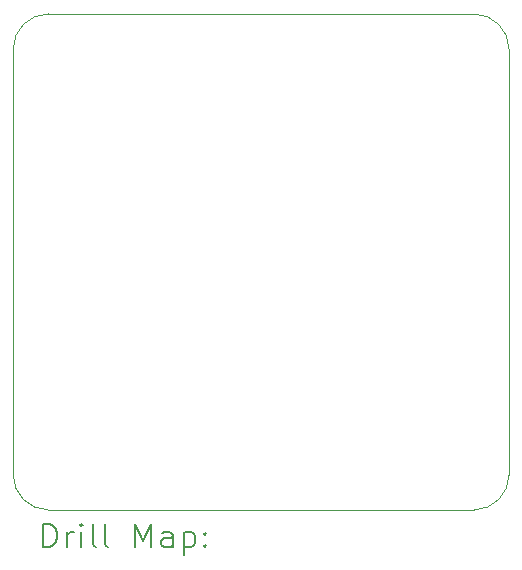
<source format=gbr>
%TF.GenerationSoftware,KiCad,Pcbnew,8.0.4-8.0.4-0~ubuntu24.04.1*%
%TF.CreationDate,2024-08-03T15:04:34+08:00*%
%TF.ProjectId,CawDrive,43617744-7269-4766-952e-6b696361645f,rev?*%
%TF.SameCoordinates,Original*%
%TF.FileFunction,Drillmap*%
%TF.FilePolarity,Positive*%
%FSLAX45Y45*%
G04 Gerber Fmt 4.5, Leading zero omitted, Abs format (unit mm)*
G04 Created by KiCad (PCBNEW 8.0.4-8.0.4-0~ubuntu24.04.1) date 2024-08-03 15:04:34*
%MOMM*%
%LPD*%
G01*
G04 APERTURE LIST*
%ADD10C,0.100000*%
%ADD11C,0.200000*%
G04 APERTURE END LIST*
D10*
X12300000Y-6800000D02*
X15900000Y-6800000D01*
X15900000Y-6800000D02*
G75*
G02*
X16200000Y-7100000I0J-300000D01*
G01*
X16200000Y-7100000D02*
X16200000Y-10700000D01*
X12300000Y-11000000D02*
G75*
G02*
X12000000Y-10700000I0J300000D01*
G01*
X16200000Y-10700000D02*
G75*
G02*
X15900000Y-11000000I-300000J0D01*
G01*
X15900000Y-11000000D02*
X12300000Y-11000000D01*
X12000000Y-10700000D02*
X12000000Y-7100000D01*
X12000000Y-7100000D02*
G75*
G02*
X12300000Y-6800000I300000J0D01*
G01*
D11*
X12255777Y-11316484D02*
X12255777Y-11116484D01*
X12255777Y-11116484D02*
X12303396Y-11116484D01*
X12303396Y-11116484D02*
X12331967Y-11126008D01*
X12331967Y-11126008D02*
X12351015Y-11145055D01*
X12351015Y-11145055D02*
X12360539Y-11164103D01*
X12360539Y-11164103D02*
X12370062Y-11202198D01*
X12370062Y-11202198D02*
X12370062Y-11230769D01*
X12370062Y-11230769D02*
X12360539Y-11268865D01*
X12360539Y-11268865D02*
X12351015Y-11287912D01*
X12351015Y-11287912D02*
X12331967Y-11306960D01*
X12331967Y-11306960D02*
X12303396Y-11316484D01*
X12303396Y-11316484D02*
X12255777Y-11316484D01*
X12455777Y-11316484D02*
X12455777Y-11183150D01*
X12455777Y-11221246D02*
X12465301Y-11202198D01*
X12465301Y-11202198D02*
X12474824Y-11192674D01*
X12474824Y-11192674D02*
X12493872Y-11183150D01*
X12493872Y-11183150D02*
X12512920Y-11183150D01*
X12579586Y-11316484D02*
X12579586Y-11183150D01*
X12579586Y-11116484D02*
X12570062Y-11126008D01*
X12570062Y-11126008D02*
X12579586Y-11135531D01*
X12579586Y-11135531D02*
X12589110Y-11126008D01*
X12589110Y-11126008D02*
X12579586Y-11116484D01*
X12579586Y-11116484D02*
X12579586Y-11135531D01*
X12703396Y-11316484D02*
X12684348Y-11306960D01*
X12684348Y-11306960D02*
X12674824Y-11287912D01*
X12674824Y-11287912D02*
X12674824Y-11116484D01*
X12808158Y-11316484D02*
X12789110Y-11306960D01*
X12789110Y-11306960D02*
X12779586Y-11287912D01*
X12779586Y-11287912D02*
X12779586Y-11116484D01*
X13036729Y-11316484D02*
X13036729Y-11116484D01*
X13036729Y-11116484D02*
X13103396Y-11259341D01*
X13103396Y-11259341D02*
X13170062Y-11116484D01*
X13170062Y-11116484D02*
X13170062Y-11316484D01*
X13351015Y-11316484D02*
X13351015Y-11211722D01*
X13351015Y-11211722D02*
X13341491Y-11192674D01*
X13341491Y-11192674D02*
X13322443Y-11183150D01*
X13322443Y-11183150D02*
X13284348Y-11183150D01*
X13284348Y-11183150D02*
X13265301Y-11192674D01*
X13351015Y-11306960D02*
X13331967Y-11316484D01*
X13331967Y-11316484D02*
X13284348Y-11316484D01*
X13284348Y-11316484D02*
X13265301Y-11306960D01*
X13265301Y-11306960D02*
X13255777Y-11287912D01*
X13255777Y-11287912D02*
X13255777Y-11268865D01*
X13255777Y-11268865D02*
X13265301Y-11249817D01*
X13265301Y-11249817D02*
X13284348Y-11240293D01*
X13284348Y-11240293D02*
X13331967Y-11240293D01*
X13331967Y-11240293D02*
X13351015Y-11230769D01*
X13446253Y-11183150D02*
X13446253Y-11383150D01*
X13446253Y-11192674D02*
X13465301Y-11183150D01*
X13465301Y-11183150D02*
X13503396Y-11183150D01*
X13503396Y-11183150D02*
X13522443Y-11192674D01*
X13522443Y-11192674D02*
X13531967Y-11202198D01*
X13531967Y-11202198D02*
X13541491Y-11221246D01*
X13541491Y-11221246D02*
X13541491Y-11278388D01*
X13541491Y-11278388D02*
X13531967Y-11297436D01*
X13531967Y-11297436D02*
X13522443Y-11306960D01*
X13522443Y-11306960D02*
X13503396Y-11316484D01*
X13503396Y-11316484D02*
X13465301Y-11316484D01*
X13465301Y-11316484D02*
X13446253Y-11306960D01*
X13627205Y-11297436D02*
X13636729Y-11306960D01*
X13636729Y-11306960D02*
X13627205Y-11316484D01*
X13627205Y-11316484D02*
X13617682Y-11306960D01*
X13617682Y-11306960D02*
X13627205Y-11297436D01*
X13627205Y-11297436D02*
X13627205Y-11316484D01*
X13627205Y-11192674D02*
X13636729Y-11202198D01*
X13636729Y-11202198D02*
X13627205Y-11211722D01*
X13627205Y-11211722D02*
X13617682Y-11202198D01*
X13617682Y-11202198D02*
X13627205Y-11192674D01*
X13627205Y-11192674D02*
X13627205Y-11211722D01*
M02*

</source>
